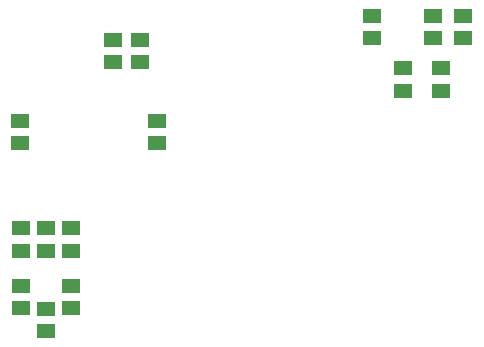
<source format=gbp>
G75*
%MOIN*%
%OFA0B0*%
%FSLAX25Y25*%
%IPPOS*%
%LPD*%
%AMOC8*
5,1,8,0,0,1.08239X$1,22.5*
%
%ADD10R,0.05906X0.05118*%
D10*
X0029937Y0030404D03*
X0029937Y0037885D03*
X0021669Y0038081D03*
X0021669Y0045562D03*
X0021669Y0057176D03*
X0029898Y0057176D03*
X0038165Y0057176D03*
X0038165Y0064656D03*
X0029898Y0064656D03*
X0021669Y0064656D03*
X0038205Y0045562D03*
X0038205Y0038081D03*
X0021433Y0092944D03*
X0021433Y0100424D03*
X0052161Y0120011D03*
X0052161Y0127491D03*
X0061256Y0127412D03*
X0061256Y0119932D03*
X0066925Y0100522D03*
X0066925Y0093042D03*
X0138795Y0128042D03*
X0138795Y0135522D03*
X0158874Y0135522D03*
X0158874Y0128042D03*
X0169110Y0128042D03*
X0169110Y0135522D03*
X0161630Y0118003D03*
X0161630Y0110522D03*
X0149031Y0110522D03*
X0149031Y0118003D03*
M02*

</source>
